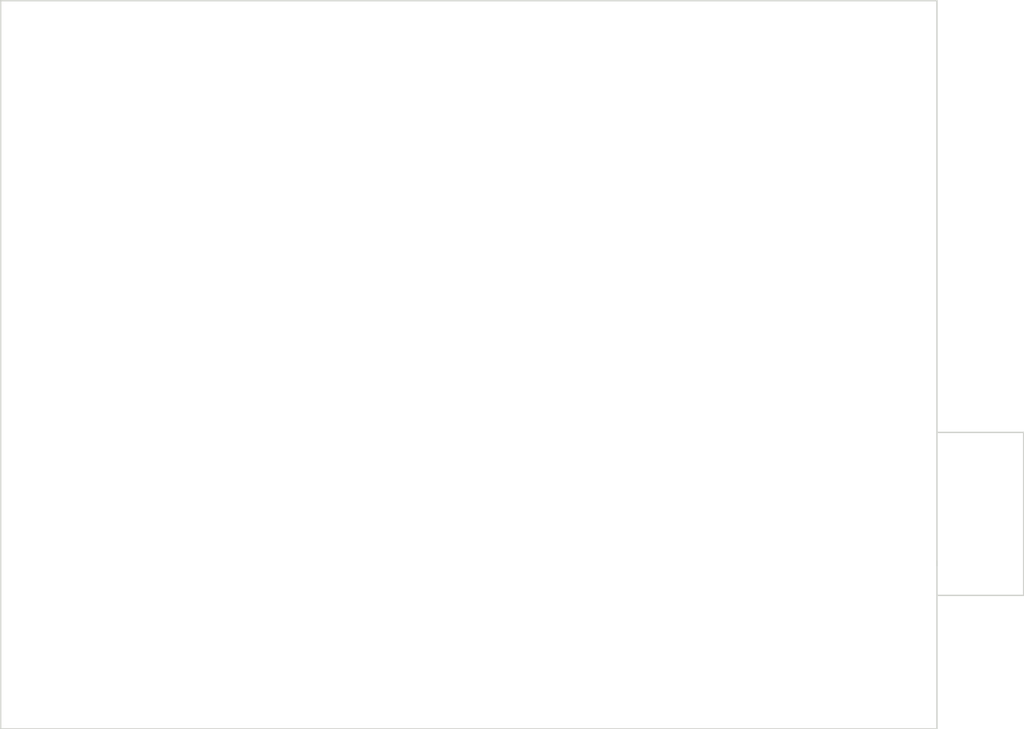
<source format=kicad_pcb>
(kicad_pcb (version 3) (host pcbnew "(2013-07-07 BZR 4022)-stable")

  (general
    (links 0)
    (no_connects 0)
    (area 0 0 0 0)
    (thickness 1.6)
    (drawings 8)
    (tracks 0)
    (zones 0)
    (modules 0)
    (nets 1)
  )

  (page A3)
  (layers
    (15 F.Cu signal)
    (0 B.Cu signal)
    (16 B.Adhes user)
    (17 F.Adhes user)
    (18 B.Paste user)
    (19 F.Paste user)
    (20 B.SilkS user)
    (21 F.SilkS user)
    (22 B.Mask user)
    (23 F.Mask user)
    (24 Dwgs.User user)
    (25 Cmts.User user)
    (26 Eco1.User user)
    (27 Eco2.User user)
    (28 Edge.Cuts user)
  )

  (setup
    (last_trace_width 0.254)
    (trace_clearance 0.254)
    (zone_clearance 0.508)
    (zone_45_only no)
    (trace_min 0.254)
    (segment_width 0.2)
    (edge_width 0.1)
    (via_size 0.889)
    (via_drill 0.635)
    (via_min_size 0.889)
    (via_min_drill 0.508)
    (uvia_size 0.508)
    (uvia_drill 0.127)
    (uvias_allowed no)
    (uvia_min_size 0.508)
    (uvia_min_drill 0.127)
    (pcb_text_width 0.3)
    (pcb_text_size 1.5 1.5)
    (mod_edge_width 0.15)
    (mod_text_size 1 1)
    (mod_text_width 0.15)
    (pad_size 1.5 1.5)
    (pad_drill 0.6)
    (pad_to_mask_clearance 0)
    (aux_axis_origin 0 0)
    (visible_elements FFFFFFBF)
    (pcbplotparams
      (layerselection 3178497)
      (usegerberextensions true)
      (excludeedgelayer true)
      (linewidth 0.150000)
      (plotframeref false)
      (viasonmask false)
      (mode 1)
      (useauxorigin false)
      (hpglpennumber 1)
      (hpglpenspeed 20)
      (hpglpendiameter 15)
      (hpglpenoverlay 2)
      (psnegative false)
      (psa4output false)
      (plotreference true)
      (plotvalue true)
      (plotothertext true)
      (plotinvisibletext false)
      (padsonsilk false)
      (subtractmaskfromsilk false)
      (outputformat 1)
      (mirror false)
      (drillshape 1)
      (scaleselection 1)
      (outputdirectory ""))
  )

  (net 0 "")

  (net_class Default "This is the default net class."
    (clearance 0.254)
    (trace_width 0.254)
    (via_dia 0.889)
    (via_drill 0.635)
    (uvia_dia 0.508)
    (uvia_drill 0.127)
    (add_net "")
  )

  (gr_line (start 151.13 171.323) (end 144.78 171.323) (angle 90) (layer Edge.Cuts) (width 0.1))
  (gr_line (start 151.13 183.261) (end 151.13 171.323) (angle 90) (layer Edge.Cuts) (width 0.1))
  (gr_line (start 144.78 183.261) (end 151.13 183.261) (angle 90) (layer Edge.Cuts) (width 0.1))
  (gr_line (start 144.78 181.102) (end 144.78 180.721) (angle 90) (layer Edge.Cuts) (width 0.1))
  (gr_line (start 76.2 139.7) (end 76.2 193.04) (angle 90) (layer Edge.Cuts) (width 0.1))
  (gr_line (start 144.78 139.7) (end 76.2 139.7) (angle 90) (layer Edge.Cuts) (width 0.1))
  (gr_line (start 144.78 193.04) (end 144.78 139.7) (angle 90) (layer Edge.Cuts) (width 0.1))
  (gr_line (start 76.2 193.04) (end 144.78 193.04) (angle 90) (layer Edge.Cuts) (width 0.1))

)

</source>
